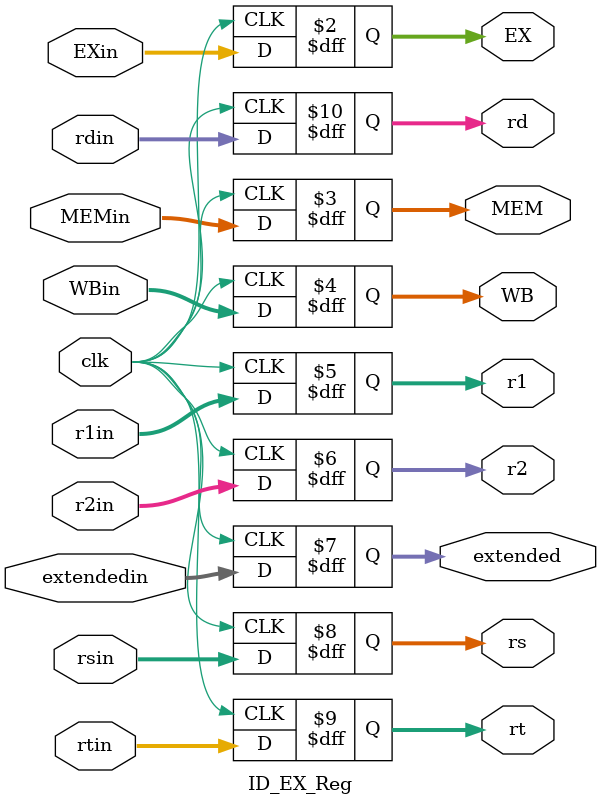
<source format=v>
module ID_EX_Reg (r1in, r2in, extendedin, rsin, rtin, rdin, EXin, EX, MEMin, MEM, WBin, WB, r1, r2, rs, rt, rd, extended, clk);
   input [3:0] EXin; // ALUOp, ALUSrc, RegDst
   input [1:0] MEMin, WBin; // MEMRead, MEMWrite // RegWrite MemtoReg
   input [31:0] r1in, r2in, extendedin;
   input [4:0]  rsin, rtin, rdin;
   input        clk;
   output reg [3:0]  EX;
   output reg [1:0]  MEM, WB;
   output reg [31:0] r1, r2, extended;
   output reg [4:0]  rs, rt, rd;

   always @ (posedge clk) begin
      EX <= EXin;
      MEM <= MEMin;
      WB <= WBin;
      r1 <= r1in;
      r2 <= r2in;
      extended <= extendedin;
      rs <= rsin;
      rd <= rdin;
      rt <= rtin;
   end

endmodule // ID_EX_Reg

</source>
